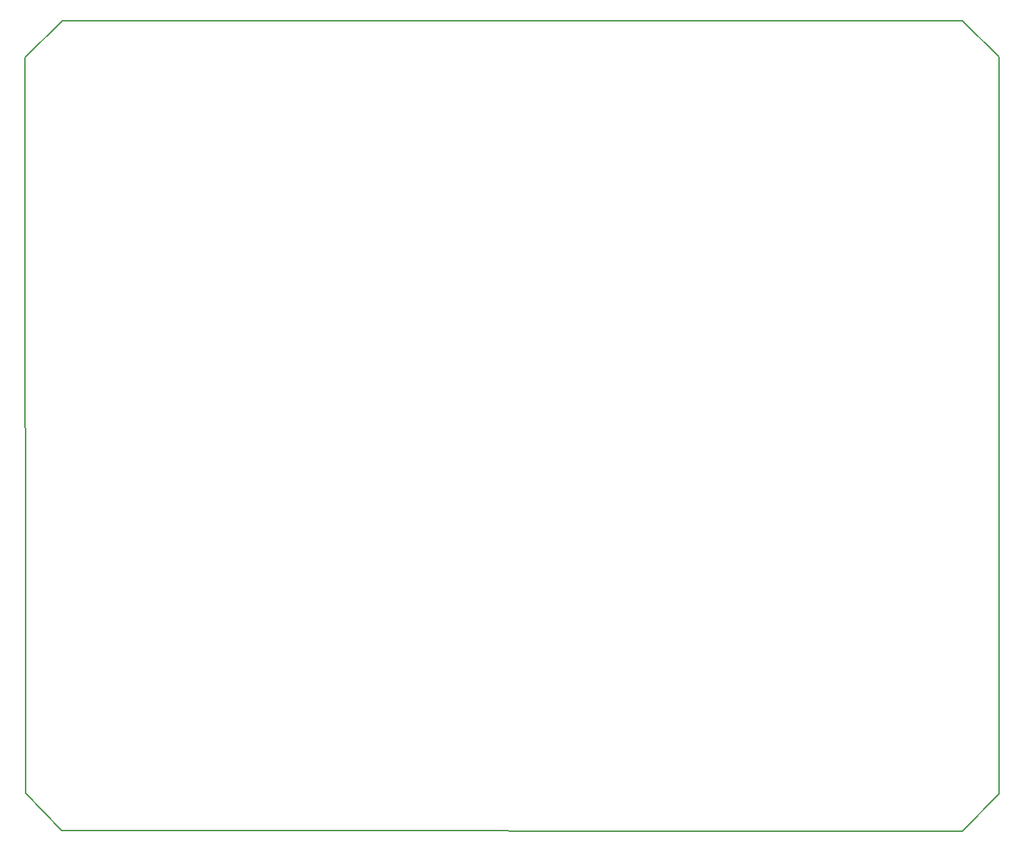
<source format=gbr>
G04 #@! TF.GenerationSoftware,KiCad,Pcbnew,(5.1.5)-3*
G04 #@! TF.CreationDate,2020-04-14T00:16:00-04:00*
G04 #@! TF.ProjectId,Deck_Plate_Daughter,4465636b-5f50-46c6-9174-655f44617567,rev?*
G04 #@! TF.SameCoordinates,Original*
G04 #@! TF.FileFunction,Profile,NP*
%FSLAX46Y46*%
G04 Gerber Fmt 4.6, Leading zero omitted, Abs format (unit mm)*
G04 Created by KiCad (PCBNEW (5.1.5)-3) date 2020-04-14 00:16:00*
%MOMM*%
%LPD*%
G04 APERTURE LIST*
%ADD10C,0.150000*%
G04 APERTURE END LIST*
D10*
X195990000Y-145050000D02*
X200460000Y-140520000D01*
X85930000Y-145020000D02*
X195990000Y-145050000D01*
X81490000Y-140440000D02*
X85930000Y-145020000D01*
X81430000Y-50460000D02*
X81490000Y-140440000D01*
X86010000Y-45990000D02*
X81430000Y-50460000D01*
X195990000Y-46020000D02*
X86010000Y-45990000D01*
X200460000Y-50440000D02*
X195990000Y-46020000D01*
X200460000Y-140520000D02*
X200460000Y-50440000D01*
M02*

</source>
